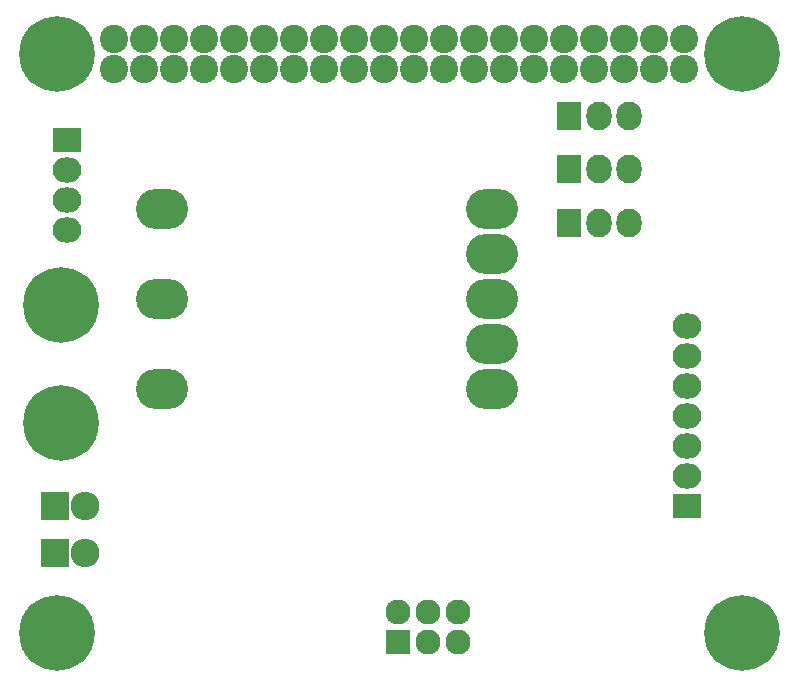
<source format=gbs>
G04 #@! TF.FileFunction,Soldermask,Bot*
%FSLAX46Y46*%
G04 Gerber Fmt 4.6, Leading zero omitted, Abs format (unit mm)*
G04 Created by KiCad (PCBNEW (2015-09-20 BZR 6203, Git 66a9b04)-product) date Sat 13 Feb 2016 19:56:21 GMT*
%MOMM*%
G01*
G04 APERTURE LIST*
%ADD10C,0.100000*%
%ADD11C,6.400000*%
%ADD12R,2.127200X2.432000*%
%ADD13O,2.127200X2.432000*%
%ADD14R,2.432000X2.127200*%
%ADD15O,2.432000X2.127200*%
%ADD16R,2.432000X2.432000*%
%ADD17O,2.432000X2.432000*%
%ADD18O,4.400000X3.400000*%
%ADD19R,2.127200X2.127200*%
%ADD20O,2.127200X2.127200*%
%ADD21C,2.400000*%
G04 APERTURE END LIST*
D10*
D11*
X120500000Y-75000000D03*
X120500000Y-65000000D03*
D12*
X163500000Y-49000000D03*
D13*
X166040000Y-49000000D03*
X168580000Y-49000000D03*
D12*
X163500000Y-53500000D03*
D13*
X166040000Y-53500000D03*
X168580000Y-53500000D03*
D12*
X163500000Y-58000000D03*
D13*
X166040000Y-58000000D03*
X168580000Y-58000000D03*
D14*
X121000000Y-51000000D03*
D15*
X121000000Y-53540000D03*
X121000000Y-56080000D03*
X121000000Y-58620000D03*
D16*
X120000000Y-82000000D03*
D17*
X122540000Y-82000000D03*
D18*
X129000000Y-64500000D03*
X157000000Y-64500000D03*
X157000000Y-60690000D03*
X157000000Y-56880000D03*
X157000000Y-68310000D03*
X157000000Y-72120000D03*
X129000000Y-72120000D03*
X129000000Y-56880000D03*
D19*
X149000000Y-93500000D03*
D20*
X149000000Y-90960000D03*
X151540000Y-93500000D03*
X151540000Y-90960000D03*
X154080000Y-93500000D03*
X154080000Y-90960000D03*
D16*
X120000000Y-86000000D03*
D17*
X122540000Y-86000000D03*
D14*
X173500000Y-82000000D03*
D15*
X173500000Y-79460000D03*
X173500000Y-76920000D03*
X173500000Y-74380000D03*
X173500000Y-71840000D03*
X173500000Y-69300000D03*
X173500000Y-66760000D03*
D21*
X125000000Y-45000000D03*
X125000000Y-42460000D03*
X127540000Y-45000000D03*
X127540000Y-42460000D03*
X130080000Y-45000000D03*
X130080000Y-42460000D03*
X132620000Y-45000000D03*
X132620000Y-42460000D03*
X135160000Y-45000000D03*
X135160000Y-42460000D03*
X137700000Y-45000000D03*
X137700000Y-42460000D03*
X140240000Y-45000000D03*
X140240000Y-42460000D03*
X142780000Y-45000000D03*
X142780000Y-42460000D03*
X145320000Y-45000000D03*
X145320000Y-42460000D03*
X147860000Y-45000000D03*
X147860000Y-42460000D03*
X150400000Y-45000000D03*
X150400000Y-42460000D03*
X152940000Y-45000000D03*
X152940000Y-42460000D03*
X155480000Y-45000000D03*
X155480000Y-42460000D03*
X158020000Y-45000000D03*
X158020000Y-42460000D03*
X160560000Y-45000000D03*
X160560000Y-42460000D03*
X163100000Y-45000000D03*
X163100000Y-42460000D03*
X165640000Y-45000000D03*
X165640000Y-42460000D03*
X168180000Y-45000000D03*
X168180000Y-42460000D03*
X170720000Y-45000000D03*
X170720000Y-42460000D03*
X173260000Y-45000000D03*
X173260000Y-42460000D03*
D11*
X120130000Y-43730000D03*
X178130000Y-43730000D03*
X120130000Y-92730000D03*
X178130000Y-92730000D03*
M02*

</source>
